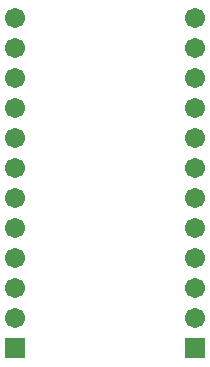
<source format=gbs>
%FSAX24Y24*%
%MOIN*%
G70*
G01*
G75*
G04 Layer_Color=16711935*
%ADD10R,0.0610X0.0138*%
%ADD11R,0.0374X0.0532*%
%ADD12C,0.0100*%
%ADD13C,0.0591*%
%ADD14R,0.0591X0.0591*%
%ADD15C,0.0200*%
%ADD16C,0.0098*%
%ADD17C,0.0236*%
%ADD18C,0.0070*%
%ADD19C,0.0079*%
%ADD20C,0.0060*%
%ADD21R,0.0665X0.0193*%
%ADD22R,0.0454X0.0612*%
%ADD23C,0.0671*%
%ADD24R,0.0671X0.0671*%
D23*
X010700Y022500D02*
D03*
Y021500D02*
D03*
Y020500D02*
D03*
Y019500D02*
D03*
Y018500D02*
D03*
Y017500D02*
D03*
Y016500D02*
D03*
Y015500D02*
D03*
Y014500D02*
D03*
Y013500D02*
D03*
Y012500D02*
D03*
X016700Y022500D02*
D03*
Y021500D02*
D03*
Y020500D02*
D03*
Y019500D02*
D03*
Y018500D02*
D03*
Y017500D02*
D03*
Y016500D02*
D03*
Y015500D02*
D03*
Y014500D02*
D03*
Y013500D02*
D03*
Y012500D02*
D03*
D24*
X010700Y011500D02*
D03*
X016700D02*
D03*
M02*

</source>
